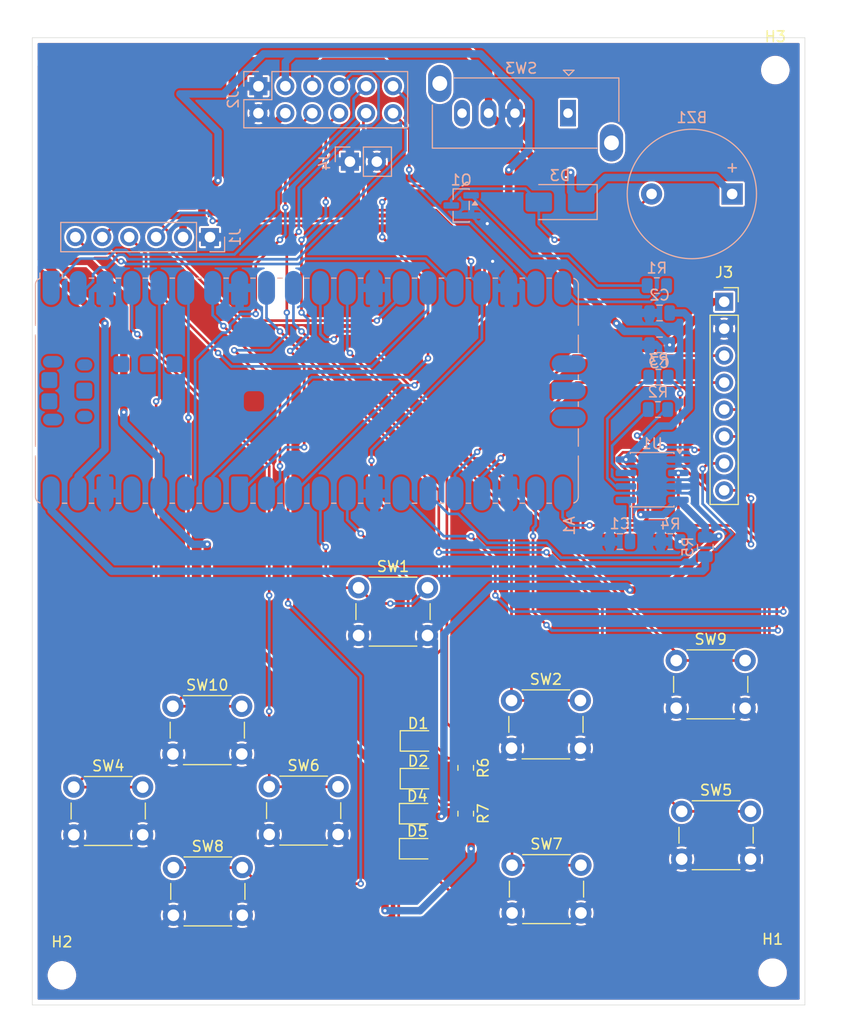
<source format=kicad_pcb>
(kicad_pcb (version 20241229) (generator "pcbnew") (generator_version "9.0")
  (layers (0 "F.Cu" signal) (2 "B.Cu" signal) (13 "F.Paste" user) (15 "B.Paste" user) (5 "F.SilkS" user "F.Silkscreen") (7 "B.SilkS" user "B.Silkscreen") (1 "F.Mask" user) (3 "B.Mask" user) (25 "Edge.Cuts" user))
  (net 0 "")
  (net 1 "/LCD_MOSI")
  (net 2 "/GPIO27")
  (net 4 "/MOSI")
  (net 5 "GND")
  (net 6 "/LCD_DC")
  (net 7 "/LED1")
  (net 8 "/LEFT")
  (net 9 "/A")
  (net 10 "/GPIO26")
  (net 11 "/VBUS")
  (net 12 "/SOUND")
  (net 13 "/LCD_BL")
  (net 14 "/ADC_VREF")
  (net 15 "/X")
  (net 16 "/B")
  (net 17 "/GPIO14")
  (net 18 "/RIGHT")
  (net 19 "/BAT")
  (net 20 "/LCD_CS")
  (net 21 "/CS")
  (net 22 "/Y")
  (net 23 "/3V3")
  (net 24 "/DOWN")
  (net 25 "/GPIO1")
  (net 26 "/LCD_SCK")
  (net 27 "/GPIO0")
  (net 28 "/GPIO28")
  (net 29 "/LCD_RES")
  (net 30 "/UP")
  (net 31 "/MISO")
  (net 32 "/AGND")
  (net 33 "/RESET")
  (net 34 "/SCK")
  (net 35 "Net-(BZ1--)")
  (net 36 "Net-(U1-BAT)")
  (net 37 "Net-(D4-A)")
  (net 38 "Net-(D1-A)")
  (net 39 "Net-(D2-A)")
  (net 40 "Net-(D4-K)")
  (net 41 "Net-(D5-K)")
  (net 42 "Net-(Q1-B)")
  (net 43 "Net-(U1-~{CHRG})")
  (net 44 "Net-(U1-~{STDBY})")
  (net 45 "Net-(U1-PROG)")
  (footprint "Button_Switch_THT:SW_PUSH_6mm" (layer "F.Cu") (at 102.922 88.936)
    (property "Reference" "SW9")
    (property "Value" "SW_Push")
  )
  (footprint "Button_Switch_THT:SW_PUSH_6mm" (layer "F.Cu") (at 87.428 108.24)
    (property "Reference" "SW7")
    (property "Value" "SW_Push")
  )
  (footprint "LED_SMD:LED_0805_2012Metric" (layer "F.Cu") (at 78.486 103.378)
    (property "Reference" "D4")
    (property "Value" "CHRG(RED)")
  )
  (footprint "Button_Switch_THT:SW_PUSH_6mm" (layer "F.Cu") (at 46.078 100.874)
    (property "Reference" "SW4")
    (property "Value" "SW_Push")
  )
  (footprint "Button_Switch_THT:SW_PUSH_6mm" (layer "F.Cu") (at 72.95 82.078)
    (property "Reference" "SW1")
    (property "Value" "SW_Push")
  )
  (footprint "MountingHole:MountingHole_2.2mm_M2" (layer "F.Cu") (at 112.268 33.274)
    (property "Reference" "H3")
    (property "Value" "MountingHole")
  )
  (footprint "Button_Switch_THT:SW_PUSH_6mm" (layer "F.Cu") (at 103.43 103.16)
    (property "Reference" "SW5")
    (property "Value" "SW_Push")
  )
  (footprint "LED_SMD:LED_0805_2012Metric" (layer "F.Cu") (at 78.5645 100.076)
    (property "Reference" "D2")
    (property "Value" "BLUE")
  )
  (footprint "Resistor_SMD:R_0805_2012Metric" (layer "F.Cu") (at 83.058 99.06 -90)
    (property "Reference" "R6")
    (property "Value" "330")
  )
  (footprint "Button_Switch_THT:SW_PUSH_6mm" (layer "F.Cu") (at 64.516 100.838)
    (property "Reference" "SW6")
    (property "Value" "SW_Push")
  )
  (footprint "MountingHole:MountingHole_2.2mm_M2" (layer "F.Cu") (at 112.014 118.364)
    (property "Reference" "H1")
    (property "Value" "MountingHole")
  )
  (footprint "LED_SMD:LED_0805_2012Metric" (layer "F.Cu") (at 78.5645 96.52)
    (property "Reference" "D1")
    (property "Value" "YELLOW")
  )
  (footprint "LED_SMD:LED_0805_2012Metric" (layer "F.Cu") (at 78.486 106.68)
    (property "Reference" "D5")
    (property "Value" "FULL(GREEN)")
  )
  (footprint "MountingHole:MountingHole_2.2mm_M2" (layer "F.Cu") (at 44.958 118.618)
    (property "Reference" "H2")
    (property "Value" "MountingHole")
  )
  (footprint "Resistor_SMD:R_0805_2012Metric" (layer "F.Cu") (at 83.058 103.378 -90)
    (property "Reference" "R7")
    (property "Value" "330")
  )
  (footprint "Button_Switch_THT:SW_PUSH_6mm" (layer "F.Cu") (at 87.376 92.71)
    (property "Reference" "SW2")
    (property "Value" "SW_Push")
  )
  (footprint "Connector_PinSocket_2.54mm:PinSocket_1x08_P2.54mm_Vertical" (layer "F.Cu") (at 107.442 55.118)
    (property "Reference" "J3")
    (property "Value" "Conn_01x08")
  )
  (footprint "Button_Switch_THT:SW_PUSH_6mm" (layer "F.Cu") (at 55.424 93.254)
    (property "Reference" "SW10")
    (property "Value" "SW_Push")
  )
  (footprint "Button_Switch_THT:SW_PUSH_6mm" (layer "F.Cu") (at 55.476 108.458)
    (property "Reference" "SW8")
    (property "Value" "SW_Push")
  )
  (footprint "Resistor_SMD:R_0805_2012Metric" (layer "B.Cu") (at 102.362 77.724 180)
    (property "Reference" "R4")
    (property "Value" "1.2K")
  )
  (footprint "Resistor_SMD:R_0805_2012Metric" (layer "B.Cu") (at 105.664 78.232 -90)
    (property "Reference" "R5")
    (property "Value" "500m")
  )
  (footprint "Buzzer_Beeper:Buzzer_12x9.5RM7.6" (layer "B.Cu") (at 108.194 44.958 180)
    (property "Reference" "BZ1")
    (property "Value" "Buzzer")
  )
  (footprint "Package_TO_SOT_SMD:SOT-23" (layer "B.Cu") (at 82.6285 46.04 180)
    (property "Reference" "Q1")
    (property "Value" "MMBT2222A")
  )
  (footprint "Button_Switch_THT:SW_Slide_SP3T_Straight_CK_OS103012MU1QP1" (layer "B.Cu") (at 92.71 37.338 180)
    (property "Reference" "SW3")
    (property "Value" "SW_SPDT")
  )
  (footprint "Diode_SMD:D_SMA" (layer "B.Cu") (at 91.948 45.72 180)
    (property "Reference" "D3")
    (property "Value" "SS12")
  )
  (footprint "Package_SO:SOIC-8-1EP_3.9x4.9mm_P1.27mm_EP2.29x3mm" (layer "B.Cu") (at 100.646 71.894 180)
    (property "Reference" "U1")
    (property "Value" "TP4056-42-ESOP8")
  )
  (footprint "Module:RaspberryPi_Pico_SMD" (layer "B.Cu") (at 68.072 63.5 -90)
    (property "Reference" "A1")
    (property "Value" "RaspberryPi_Pico_W")
  )
  (footprint "Resistor_SMD:R_0805_2012Metric" (layer "B.Cu") (at 101.092 53.594 180)
    (property "Reference" "R1")
    (property "Value" "200")
  )
  (footprint "Connector_PinHeader_2.54mm:PinHeader_1x02_P2.54mm_Vertical" (layer "B.Cu") (at 72.131 41.91 -90)
    (property "Reference" "J4")
    (property "Value" "Conn_01x02")
  )
  (footprint "Capacitor_SMD:C_0805_2012Metric" (layer "B.Cu") (at 97.602 77.724 180)
    (property "Reference" "C1")
    (property "Value" "100nF")
  )
  (footprint "Capacitor_SMD:C_0805_2012Metric" (layer "B.Cu") (at 101.346 59.182)
    (property "Reference" "C3")
    (property "Value" "100nF")
  )
  (footprint "Capacitor_SMD:C_0805_2012Metric" (layer "B.Cu") (at 101.346 56.172 180)
    (property "Reference" "C2")
    (property "Value" "100nF")
  )
  (footprint "Resistor_SMD:R_0805_2012Metric" (layer "B.Cu") (at 101.2425 62.23 180)
    (property "Reference" "R3")
    (property "Value" "1K")
  )
  (footprint "Connector_PinHeader_2.54mm:PinHeader_2x06_P2.54mm_Vertical" (layer "B.Cu") (at 63.5 34.798 -90)
    (property "Reference" "J2")
    (property "Value" "Conn_02x06_Odd_Even")
  )
  (footprint "Resistor_SMD:R_0805_2012Metric" (layer "B.Cu") (at 101.1955 65.278 180)
    (property "Reference" "R2")
    (property "Value" "1K")
  )
  (footprint "Connector_PinHeader_2.54mm:PinHeader_1x06_P2.54mm_Vertical" (layer "B.Cu") (at 58.928 49.022 90)
    (property "Reference" "J1")
    (property "Value" "SD CARD READ")
  )
  (gr_line (start 42.164 121.412) (end 115.062 121.412) (stroke (width 0.05)) (layer "Edge.Cuts"))
  (gr_line (start 115.062 121.412) (end 115.062 30.226) (stroke (width 0.05)) (layer "Edge.Cuts"))
  (gr_line (start 42.164 30.226) (end 42.164 121.412) (stroke (width 0.05)) (layer "Edge.Cuts"))
  (gr_line (start 42.164 30.226) (end 115.062 30.226) (stroke (width 0.05)) (layer "Edge.Cuts"))
  (segment (start 107.442 60.198) (end 93.218 60.198) (width 0.25) (layer "F.Cu") (net 1))
  (segment (start 93.218 60.198) (end 84.142942 69.273058) (width 0.25) (layer "F.Cu") (net 1))
  (via (at 84.142942 69.273058) (size 0.6) (drill 0.3) (layers "F.Cu" "B.Cu") (net 1))
  (segment (start 82.042 71.374) (end 82.042 73.19) (width 0.25) (layer "B.Cu") (net 1))
  (segment (start 84.142942 69.273058) (end 82.042 71.374) (width 0.25) (layer "B.Cu") (net 1))
  (segment (start 66.177 49.647) (end 67.31 48.514) (width 0.25) (layer "F.Cu") (net 2))
  (segment (start 66.177 56.134) (end 66.177 49.647) (width 0.25) (layer "F.Cu") (net 2))
  (segment (start 65.532 64.008) (end 61.214 59.69) (width 0.25) (layer "F.Cu") (net 2))
  (segment (start 65.532 70.612) (end 65.532 64.008) (width 0.25) (layer "F.Cu") (net 2))
  (via (at 61.214 59.69) (size 0.6) (drill 0.3) (layers "F.Cu" "B.Cu") (net 2))
  (via (at 67.31 48.514) (size 0.6) (drill 0.3) (layers "F.Cu" "B.Cu") (net 2))
  (via (at 66.177 56.134) (size 0.6) (drill 0.3) (layers "F.Cu" "B.Cu") (net 2))
  (via (at 65.532 70.612) (size 0.6) (drill 0.3) (layers "F.Cu" "B.Cu") (net 2))
  (segment (start 74.147116 33.622) (end 72.296 33.622) (width 0.25) (layer "B.Cu") (net 2))
  (segment (start 64.262 73.19) (end 65.532 71.92) (width 0.25) (layer "B.Cu") (net 2))
  (segment (start 73.175 38.514) (end 74.147116 38.514) (width 0.25) (layer "B.Cu") (net 2))
  (segment (start 65.532 71.92) (end 65.532 70.612) (width 0.25) (layer "B.Cu") (net 2))
  (segment (start 67.31 44.379) (end 73.175 38.514) (width 0.25) (layer "B.Cu") (net 2))
  (segment (start 66.177 58.152298) (end 66.177 56.134) (width 0.25) (layer "B.Cu") (net 2))
  (segment (start 67.31 48.514) (end 67.31 44.379) (width 0.25) (layer "B.Cu") (net 2))
  (segment (start 74.836 37.825116) (end 74.836 34.310884) (width 0.25) (layer "B.Cu") (net 2))
  (segment (start 72.296 33.622) (end 71.12 34.798) (width 0.25) (layer "B.Cu") (net 2))
  (segment (start 74.836 34.310884) (end 74.147116 33.622) (width 0.25) (layer "B.Cu") (net 2))
  (segment (start 64.639298 59.69) (end 66.177 58.152298) (width 0.25) (layer "B.Cu") (net 2))
  (segment (start 61.214 59.69) (end 64.639298 59.69) (width 0.25) (layer "B.Cu") (net 2))
  (segment (start 74.147116 38.514) (end 74.836 37.825116) (width 0.25) (layer "B.Cu") (net 2))
  (segment (start 52.899 50.613) (end 51.308 49.022) (width 0.25) (layer "F.Cu") (net 4))
  (segment (start 59.69 59.944) (end 52.899 53.153) (width 0.25) (layer "F.Cu") (net 4))
  (segment (start 52.899 53.153) (end 52.899 50.613) (width 0.25) (layer "F.Cu") (net 4))
  (via (at 59.69 59.944) (size 0.6) (drill 0.3) (layers "F.Cu" "B.Cu") (net 4))
  (segment (start 79.502 53.81) (end 79.502 55.88) (width 0.25) (layer "B.Cu") (net 4))
  (segment (start 74.168 61.214) (end 60.96 61.214) (width 0.25) (layer "B.Cu") (net 4))
  (segment (start 60.96 61.214) (end 59.69 59.944) (width 0.25) (layer "B.Cu") (net 4))
  (segment (start 79.502 55.88) (end 74.168 61.214) (width 0.25) (layer "B.Cu") (net 4))
  (segment (start 85.598 51.308) (end 85.598 48.26) (width 0.25) (layer "F.Cu") (net 5))
  (segment (start 85.598 48.26) (end 85.09 47.752) (width 0.25) (layer "F.Cu") (net 5))
  (via (at 85.09 47.752) (size 0.6) (drill 0.3) (layers "F.Cu" "B.Cu") (net 5))
  (via (at 85.598 51.308) (size 0.6) (drill 0.3) (layers "F.Cu" "B.Cu") (net 5))
  (segment (start 85.09 47.752) (end 84.328 47.752) (width 0.25) (layer "B.Cu") (net 5))
  (segment (start 87.122 53.81) (end 85.598 52.286) (width 0.25) (layer "B.Cu") (net 5))
  (segment (start 84.328 47.752) (end 83.566 46.99) (width 0.25) (layer "B.Cu") (net 5))
  (segment (start 85.598 52.286) (end 85.598 51.308) (width 0.25) (layer "B.Cu") (net 5))
  (segment (start 112.404 69.986) (end 112.404 85.988) (width 0.25) (layer "F.Cu") (net 6))
  (segment (start 107.442 67.818) (end 110.236 67.818) (width 0.25) (layer "F.Cu") (net 6))
  (segment (start 89.408 84.328) (end 89.408 77.216) (width 0.25) (layer "F.Cu") (net 6))
  (segment (start 110.236 67.818) (end 112.404 69.986) (width 0.25) (layer "F.Cu") (net 6))
  (segment (start 112.404 85.988) (end 112.522 86.106) (width 0.25) (layer "F.Cu") (net 6))
  (segment (start 90.678 85.598) (end 89.408 84.328) (width 0.25) (layer "F.Cu") (net 6))
  (via (at 90.678 85.598) (size 0.6) (drill 0.3) (layers "F.Cu" "B.Cu") (net 6))
  (via (at 112.522 86.106) (size 0.6) (drill 0.3) (layers "F.Cu" "B.Cu") (net 6))
  (via (at 89.408 77.216) (size 0.6) (drill 0.3) (layers "F.Cu" "B.Cu") (net 6))
  (segment (start 112.522 86.106) (end 91.186 86.106) (width 0.25) (layer "B.Cu") (net 6))
  (segment (start 89.408 77.216) (end 89.408 76.454) (width 0.25) (layer "B.Cu") (net 6))
  (segment (start 89.662 76.2) (end 89.662 73.19) (width 0.25) (layer "B.Cu") (net 6))
  (segment (start 91.186 86.106) (end 90.678 85.598) (width 0.25) (layer "B.Cu") (net 6))
  (segment (start 89.408 76.454) (end 89.662 76.2) (width 0.25) (layer "B.Cu") (net 6))
  (segment (start 77.627 96.52) (end 77.627 81.437) (width 0.25) (layer "F.Cu") (net 7))
  (segment (start 77.627 81.437) (end 73.152 76.962) (width 0.25) (layer "F.Cu") (net 7))
  (via (at 73.152 76.962) (size 0.6) (drill 0.3) (layers "F.Cu" "B.Cu") (net 7))
  (segment (start 71.882 75.692) (end 71.882 73.19) (width 0.25) (layer "B.Cu") (net 7))
  (segment (start 73.152 76.962) (end 71.882 75.692) (width 0.25) (layer "B.Cu") (net 7))
  (segment (start 53.848 93.104) (end 53.848 64.516) (width 0.25) (layer "F.Cu") (net 8))
  (segment (start 52.578 100.874) (end 46.078 100.874) (width 0.25) (layer "F.Cu") (net 8))
  (segment (start 46.078 100.874) (end 53.848 93.104) (width 0.25) (layer "F.Cu") (net 8))
  (via (at 53.848 64.516) (size 0.6) (drill 0.3) (layers "F.Cu" "B.Cu") (net 8))
  (segment (start 53.848 64.516) (end 54.148 64.216) (width 0.25) (layer "B.Cu") (net 8))
  (segment (start 54.148 64.216) (end 54.148 53.856) (width 0.25) (layer "B.Cu") (net 8))
  (segment (start 54.148 53.856) (end 54.102 53.81) (width 0.25) (layer "B.Cu") (net 8))
  (segment (start 93.928 108.24) (end 87.428 108.24) (width 0.25) (layer "F.Cu") (net 9))
  (segment (start 81.28 94.835486) (end 81.28 71.628) (width 0.25) (layer "F.Cu") (net 9))
  (segment (start 87.428 108.24) (end 87.428 100.983486) (width 0.25) (layer "F.Cu") (net 9))
  (segment (start 81.28 71.628) (end 67.564 57.912) (width 0.25) (layer "F.Cu") (net 9))
  (segment (start 87.428 100.983486) (end 81.28 94.835486) (width 0.25) (layer "F.Cu") (net 9))
  (via (at 67.564 57.912) (size 0.6) (drill 0.3) (layers "F.Cu" "B.Cu") (net 9))
  (segment (start 67.564 57.912) (end 66.802 57.15) (width 0.25) (layer "B.Cu") (net 9))
  (segment (start 66.802 57.15) (end 66.802 53.81) (width 0.25) (layer "B.Cu") (net 9))
  (segment (start 80.264 46.482) (end 74.422 46.482) (width 0.25) (layer "F.Cu") (net 10))
  (segment (start 73.406 45.466) (end 73.406 37.592) (width 0.25) (layer "F.Cu") (net 10))
  (segment (start 84.836 51.054) (end 80.264 46.482) (width 0.25) (layer "F.Cu") (net 10))
  (segment (start 78.232 62.992) (end 84.836 56.388) (width 0.25) (layer "F.Cu") (net 10))
  (segment (start 73.406 37.592) (end 73.66 37.338) (width 0.25) (layer "F.Cu") (net 10))
  (segment (start 74.422 46.482) (end 73.406 45.466) (width 0.25) (layer "F.Cu") (net 10))
  (segment (start 84.836 56.388) (end 84.836 51.054) (width 0.25) (layer "F.Cu") (net 10))
  (via (at 78.232 62.992) (size 0.6) (drill 0.3) (layers "F.Cu" "B.Cu") (net 10))
  (segment (start 78.232 62.992) (end 77 62.992) (width 0.25) (layer "B.Cu") (net 10))
  (segment (start 77 62.992) (end 66.802 73.19) (width 0.25) (layer "B.Cu") (net 10))
  (segment (start 105.41 80.518) (end 105.664 80.264) (width 0.7) (layer "B.Cu") (net 11))
  (segment (start 43.942 74.79) (end 49.67 80.518) (width 0.7) (layer "B.Cu") (net 11))
  (segment (start 49.67 80.518) (end 105.41 80.518) (width 0.7) (layer "B.Cu") (net 11))
  (segment (start 105.664 80.264) (end 105.664 79.1445) (width 0.7) (layer "B.Cu") (net 11))
  (segment (start 43.942 73.19) (end 43.942 74.79) (width 0.7) (layer "B.Cu") (net 11))
  (segment (start 93.513 55.121) (end 92.202 53.81) (width 0.25) (layer "B.Cu") (net 12))
  (segment (start 102.0045 53.594) (end 100.4775 55.121) (width 0.25) (layer "B.Cu") (net 12))
  (segment (start 100.4775 55.121) (end 93.513 55.121) (width 0.25) (layer "B.Cu") (net 12))
  (segment (start 107.442 72.898) (end 109.22 72.898) (width 0.25) (layer "F.Cu") (net 13))
  (segment (start 109.9785 77.9815) (end 108.197 76.2) (width 0.25) (layer "F.Cu") (net 13))
  (segment (start 108.197 76.2) (end 94.742 76.2) (width 0.25) (layer "F.Cu") (net 13))
  (segment (start 109.22 72.898) (end 109.982 73.66) (width 0.25) (layer "F.Cu") (net 13))
  (via (at 109.982 73.66) (size 0.6) (drill 0.3) (layers "F.Cu" "B.Cu") (net 13))
  (via (at 94.742 76.2) (size 0.6) (drill 0.3) (layers "F.Cu" "B.Cu") (net 13))
  (via (at 109.9785 77.9815) (size 0.6) (drill 0.3) (layers "F.Cu" "B.Cu") (net 13))
  (segment (start 109.982 73.66) (end 109.982 77.978) (width 0.25) (layer "B.Cu") (net 13))
  (segment (start 94.742 76.2) (end 92.964 76.2) (width 0.25) (layer "B.Cu") (net 13))
  (segment (start 92.202 75.438) (end 92.202 73.19) (width 0.25) (layer "B.Cu") (net 13))
  (segment (start 92.964 76.2) (end 92.202 75.438) (width 0.25) (layer "B.Cu") (net 13))
  (segment (start 109.982 77.978) (end 109.9785 77.9815) (width 0.25) (layer "B.Cu") (net 13))
  (segment (start 66.04 39.878) (end 66.04 46.228) (width 0.25) (layer "F.Cu") (net 14))
  (segment (start 68.58 37.338) (end 66.04 39.878) (width 0.25) (layer "F.Cu") (net 14))
  (segment (start 65.532 49.276) (end 63.246 51.562) (width 0.25) (layer "F.Cu") (net 14))
  (segment (start 63.246 51.562) (end 63.246 56.271) (width 0.25) (layer "F.Cu") (net 14))
  (via (at 66.04 46.228) (size 0.6) (drill 0.3) (layers "F.Cu" "B.Cu") (net 14))
  (via (at 65.532 49.276) (size 0.6) (drill 0.3) (layers "F.Cu" "B.Cu") (net 14))
  (via (at 63.246 56.271) (size 0.6) (drill 0.3) (layers "F.Cu" "B.Cu") (net 14))
  (segment (start 60.08 58.03) (end 57.522 60.588) (width 0.25) (layer "B.Cu") (net 14))
  (segment (start 66.04 46.228) (end 66.04 48.768) (width 0.25) (layer "B.Cu") (net 14))
  (segment (start 57.522 60.588) (end 57.522 72.31) (width 0.25) (layer "B.Cu") (net 14))
  (segment (start 57.522 72.31) (end 56.642 73.19) (width 0.25) (layer "B.Cu") (net 14))
  (segment (start 60.457298 58.03) (end 60.08 58.03) (width 0.25) (layer "B.Cu") (net 14))
  (segment (start 66.04 48.768) (end 65.532 49.276) (width 0.25) (layer "B.Cu") (net 14))
  (segment (start 63.246 56.271) (end 61.839 56.271) (width 0.25) (layer "B.Cu") (net 14))
  (segment (start 61.839 56.271) (end 60.824 57.286) (width 0.25) (layer "B.Cu") (net 14))
  (segment (start 60.824 57.286) (end 60.824 57.663298) (width 0.25) (layer "B.Cu") (net 14))
  (segment (start 60.824 57.663298) (end 60.457298 58.03) (width 0.25) (layer "B.Cu") (net 14))
  (segment (start 87.376 75.184) (end 72.136 59.944) (width 0.25) (layer "F.Cu") (net 15))
  (segment (start 93.876 92.71) (end 87.376 92.71) (width 0.25) (layer "F.Cu") (net 15))
  (segment (start 87.376 92.71) (end 87.376 75.184) (width 0.25) (layer "F.Cu") (net 15))
  (via (at 72.136 59.944) (size 0.6) (drill 0.3) (layers "F.Cu" "B.Cu") (net 15))
  (segment (start 72.136 59.944) (end 71.882 59.69) (width 0.25) (layer "B.Cu") (net 15))
  (segment (start 71.882 59.69) (end 71.882 53.81) (width 0.25) (layer "B.Cu") (net 15))
  (segment (start 95.950752 84.012752) (end 90.678 78.74) (width 0.25) (layer "F.Cu") (net 16))
  (segment (start 80.518 72.898) (end 65.532 57.912) (width 0.25) (layer "F.Cu") (net 16))
  (segment (start 80.518 78.74) (end 80.518 72.898) (width 0.25) (layer "F.Cu") (net 16))
  (segment (start 109.93 103.16) (end 103.43 103.16) (width 0.25) (layer "F.Cu") (net 16))
  (segment (start 103.43 103.16) (end 95.950752 95.680752) (width 0.25) (layer "F.Cu") (net 16))
  (segment (start 95.950752 95.680752) (end 95.950752 84.012752) (width 0.25) (layer "F.Cu") (net 16))
  (via (at 65.532 57.912) (size 0.6) (drill 0.3) (layers "F.Cu" "B.Cu") (net 16))
  (via (at 90.678 78.74) (size 0.6) (drill 0.3) (layers "F.Cu" "B.Cu") (net 16))
  (via (at 80.518 78.74) (size 0.6) (drill 0.3) (layers "F.Cu" "B.Cu") (net 16))
  (segment (start 64.262 56.642) (end 64.262 53.81) (width 0.25) (layer "B.Cu") (net 16))
  (segment (start 90.678 78.74) (end 80.518 78.74) (width 0.25) (layer "B.Cu") (net 16))
  (segment (start 65.532 57.912) (end 64.262 56.642) (width 0.25) (layer "B.Cu") (net 16))
  (segment (start 77.724 38.862) (end 76.2 37.338) (width 0.25) (layer "F.Cu") (net 17))
  (segment (start 77.724 42.672) (end 77.724 38.862) (width 0.25) (layer "F.Cu") (net 17))
  (via (at 77.724 42.672) (size 0.6) (drill 0.3) (layers "F.Cu" "B.Cu") (net 17))
  (segment (start 83.468 47.616) (end 81.852178 47.616) (width 0.25) (layer "B.Cu") (net 17))
  (segment (start 89.662 53.81) (end 83.468 47.616) (width 0.25) (layer "B.Cu") (net 17))
  (segment (start 81.852178 47.616) (end 77.724 43.487822) (width 0.25) (layer "B.Cu") (net 17))
  (segment (start 77.724 43.487822) (end 77.724 42.672) (width 0.25) (layer "B.Cu") (net 17))
  (segment (start 64.516 82.804) (end 64.516 70.612) (width 0.25) (layer "F.Cu") (net 18))
  (segment (start 71.016 100.838) (end 64.516 100.838) (width 0.25) (layer "F.Cu") (net 18))
  (segment (start 64.516 70.612) (end 52.07 58.166) (width 0.25) (layer "F.Cu") (net 18))
  (segment (start 64.516 100.838) (end 64.516 93.726) (width 0.25) (layer "F.Cu") (net 18))
  (via (at 64.516 82.804) (size 0.6) (drill 0.3) (layers "F.Cu" "B.Cu") (net 18))
  (via (at 64.516 93.726) (size 0.6) (drill 0.3) (layers "F.Cu" "B.Cu") (net 18))
  (via (at 52.07 58.166) (size 0.6) (drill 0.3) (layers "F.Cu" "B.Cu") (net 18))
  (segment (start 51.562 57.658) (end 51.562 53.81) (width 0.25) (layer "B.Cu") (net 18))
  (segment (start 64.516 93.726) (end 64.516 82.804) (width 0.25) (layer "B.Cu") (net 18))
  (segment (start 52.07 58.166) (end 51.562 57.658) (width 0.25) (layer "B.Cu") (net 18))
  (segment (start 43.015 51.143) (end 43.015 32.931) (width 0.7) (layer "F.Cu") (net 19))
  (segment (start 49.022 57.15) (end 43.015 51.143) (width 0.7) (layer "F.Cu") (net 19))
  (segment (start 85.21 33.394) (end 85.21 37.338) (width 0.7) (layer "F.Cu") (net 19))
  (segment (start 61.026504 38.862) (end 64.516 38.862) (width 0.7) (layer "F.Cu") (net 19))
  (segment (start 85.21 37.338) (end 90.798 42.926) (width 0.7) (layer "F.Cu") (net 19))
  (segment (start 43.015 32.931) (end 44.45 31.496) (width 0.7) (layer "F.Cu") (net 19))
  (segment (start 90.798 42.926) (end 92.964 42.926) (width 0.7) (layer "F.Cu") (net 19))
  (segment (start 64.516 38.862) (end 66.04 37.338) (width 0.7) (layer "F.Cu") (net 19))
  (segment (start 83.312 31.496) (end 85.21 33.394) (width 0.7) (layer "F.Cu") (net 19))
  (segment (start 61.026504 38.862) (end 61.026504 31.937496) (width 0.7) (layer "F.Cu") (net 19))
  (segment (start 61.026504 31.937496) (end 61.468 31.496) (width 0.7) (layer "F.Cu") (net 19))
  (segment (start 61.468 31.496) (end 83.312 31.496) (width 0.7) (layer "F.Cu") (net 19))
  (segment (start 44.45 31.496) (end 61.468 31.496) (width 0.7) (layer "F.Cu") (net 19))
  (via (at 49.022 57.15) (size 0.6) (drill 0.3) (layers "F.Cu" "B.Cu") (net 19))
  (via (at 92.964 42.926) (size 0.6) (drill 0.3) (layers "F.Cu" "B.Cu") (net 19))
  (segment (start 92.964 42.926) (end 92.964 44.736) (width 0.7) (layer "B.Cu") (net 19))
  (segment (start 46.482 71.59) (end 49.022 69.05) (width 0.7) (layer "B.Cu") (net 19))
  (segment (start 93.948 45.72) (end 96.261 43.407) (width 0.7) (layer "B.Cu") (net 19))
  (segment (start 92.964 44.736) (end 93.948 45.72) (width 0.7) (layer "B.Cu") (net 19))
  (segment (start 106.643 43.407) (end 108.194 44.958) (width 0.7) (layer "B.Cu") (net 19))
  (segment (start 49.022 69.05) (end 49.022 57.15) (width 0.7) (layer "B.Cu") (net 19))
  (segment (start 46.482 73.19) (end 46.482 71.59) (width 0.7) (layer "B.Cu") (net 19))
  (segment (start 96.261 43.407) (end 106.643 43.407) (width 0.7) (layer "B.Cu") (net 19))
  (segment (start 113.03 67.056) (end 111.252 65.278) (width 0.25) (layer "F.Cu") (net 20))
  (segment (start 113.03 84.328) (end 113.03 67.056) (width 0.25) (layer "F.Cu") (net 20))
  (segment (start 111.252 65.278) (end 107.442 65.278) (width 0.25) (layer "F.Cu") (net 20))
  (segment (start 85.852 82.804) (end 85.852 79.502) (width 0.25) (layer "F.Cu") (net 20))
  (segment (start 85.852 79.502) (end 83.566 77.216) (width 0.25) (layer "F.Cu") (net 20))
  (via (at 113.03 84.328) (size 0.6) (drill 0.3) (layers "F.Cu" "B.Cu") (net 20))
  (via (at 83.566 77.216) (size 0.6) (drill 0.3) (layers "F.Cu" "B.Cu") (net 20))
  (via (at 85.852 82.804) (size 0.6) (drill 0.3) (layers "F.Cu" "B.Cu") (net 20))
  (segment (start 80.988 77.216) (end 76.962 73.19) (width 0.25) (layer "B.Cu") (net 20))
  (segment (start 83.566 77.216) (end 80.988 77.216) (width 0.25) (layer "B.Cu") (net 20))
  (segment (start 87.376 84.328) (end 85.852 82.804) (width 0.25) (layer "B.Cu") (net 20))
  (segment (start 113.03 84.328) (end 87.376 84.328) (width 0.25) (layer "B.Cu") (net 20))
  (segment (start 74.168 73.275298) (end 74.168 70.104) (width 0.25) (layer "F.Cu") (net 21))
  (segment (start 77.627 100.076) (end 78.4405 99.2625) (width 0.25) (layer "F.Cu") (net 21))
  (segment (start 78.4405 99.2625) (end 78.4405 90.2155) (width 0.25) (layer "F.Cu") (net 21))
  (segment (start 80.776 79.883298) (end 74.168 73.275298) (width 0.25) (layer "F.Cu") (net 21))
  (segment (start 54.262 49.321116) (end 54.262 48.534884) (width 0.25) (layer "F.Cu") (net 21))
  (segment (start 80.776 87.88) (end 80.776 79.883298) (width 0.25) (layer "F.Cu") (net 21))
  (segment (start 59.182 47.498) (end 79.756 47.498) (width 0.25) (layer "F.Cu") (net 21))
  (segment (start 78.4405 90.2155) (end 80.776 87.88) (width 0.25) (layer "F.Cu") (net 21))
  (segment (start 79.756 47.498) (end 83.566 51.308) (width 0.25) (layer "F.Cu") (net 21))
  (via (at 59.182 47.498) (size 0.6) (drill 0.3) (layers "F.Cu" "B.Cu") (net 21))
  (via (at 83.566 51.308) (size 0.6) (drill 0.3) (layers "F.Cu" "B.Cu") (net 21))
  (via (at 74.168 70.104) (size 0.6) (drill 0.3) (layers "F.Cu" "B.Cu") (net 21))
  (segment (start 84.582 58.674) (end 84.582 53.81) (width 0.25) (layer "B.Cu") (net 21))
  (segment (start 59.182 47.244) (end 58.674 46.736) (width 0.25) (layer "B.Cu") (net 21))
  (segment (start 56.134 46.736) (end 53.848 49.022) (width 0.25) (layer "B.Cu") (net 21))
  (segment (start 74.168 69.088) (end 84.582 58.674) (width 0.25) (layer "B.Cu") (net 21))
  (segment (start 58.674 46.736) (end 56.134 46.736) (width 0.25) (layer "B.Cu") (net 21))
  (segment (start 59.182 47.498) (end 59.182 47.244) (width 0.25) (layer "B.Cu") (net 21))
  (segment (start 83.566 52.794) (end 84.582 53.81) (width 0.25) (layer "B.Cu") (net 21))
  (segment (start 74.168 70.104) (end 74.168 69.088) (width 0.25) (layer "B.Cu") (net 21))
  (segment (start 83.566 51.308) (end 83.566 52.794) (width 0.25) (layer "B.Cu") (net 21))
  (segment (start 71.374 57.912) (end 70.612 58.674) (width 0.25) (layer "F.Cu") (net 22))
  (segment (start 77.606 63.251298) (end 77.606 62.874) (width 0.25) (layer "F.Cu") (net 22))
  (segment (start 102.922 88.19) (end 84.516649 69.784649) (width 0.25) (layer "F.Cu") (net 22))
  (segment (start 84.40224 69.899058) (end 83.883644 69.899058) (width 0.25) (layer "F.Cu") (net 22))
  (segment (start 109.422 88.936) (end 102.922 88.936) (width 0.25) (layer "F.Cu") (net 22))
  (segment (start 84.516649 69.784649) (end 84.40224 69.899058) (width 0.25) (layer "F.Cu") (net 22))
  (segment (start 83.631351 68.899351) (end 78.35 63.618) (width 0.25) (layer "F.Cu") (net 22))
  (segment (start 78.35 63.618) (end 77.972702 63.618) (width 0.25) (layer "F.Cu") (net 22))
  (segment (start 77.606 62.874) (end 72.644 57.912) (width 0.25) (layer "F.Cu") (net 22))
  (segment (start 83.883644 69.899058) (end 83.516942 69.532356) (width 0.25) (layer "F.Cu") (net 22))
  (segment (start 72.644 57.912) (end 71.374 57.912) (width 0.25) (layer "F.Cu") (net 22))
  (segment (start 83.516942 69.01376) (end 83.631351 68.899351) (width 0.25) (layer "F.Cu") (net 22))
  (segment (start 83.516942 69.532356) (end 83.516942 69.01376) (width 0.25) (layer "F.Cu") (net 22))
  (segment (start 102.922 88.936) (end 102.922 88.19) (width 0.25) (layer "F.Cu") (net 22))
  (segment (start 77.972702 63.618) (end 77.606 63.251298) (width 0.25) (layer "F.Cu") (net 22))
  (via (at 70.612 58.674) (size 0.6) (drill 0.3) (layers "F.Cu" "B.Cu") (net 22))
  (segment (start 70.612 58.674) (end 69.85 58.674) (width 0.25) (layer "B.Cu") (net 22))
  (segment (start 69.342 58.166) (end 69.342 53.81) (width 0.25) (layer "B.Cu") (net 22))
  (segment (start 69.85 58.674) (end 69.342 58.166) (width 0.25) (layer "B.Cu") (net 22))
  (segment (start 83.058 104.2905) (end 83.6695 104.2905) (width 0.7) (layer "F.Cu") (net 23))
  (segment (start 44.196 46.99) (end 56.388 46.99) (width 0.7) (layer "F.Cu") (net 23))
  (segment (start 50.8 54.61) (end 47.498 51.308) (width 0.7) (layer "F.Cu") (net 23))
  (segment (start 85.09 102.87) (end 85.09 102.0045) (width 0.7) (layer "F.Cu") (net 23))
  (segment (start 43.916 47.27) (end 44.196 46.99) (width 0.7) (layer "F.Cu") (net 23))
  (segment (start 58.166 45.212) (end 58.166 46.99) (width 0.7) (layer "F.Cu") (net 23))
  (segment (start 83.6695 104.2905) (end 85.09 102.87) (width 0.7) (layer "F.Cu") (net 23))
  (segment (start 43.916 49.504) (end 43.916 47.27) (width 0.7) (layer "F.Cu") (net 23))
  (segment (start 85.09 102.0045) (end 83.058 99.9725) (width 0.7) (layer "F.Cu") (net 23))
  (segment (start 45.72 51.308) (end 43.916 49.504) (width 0.7) (layer "F.Cu") (net 23))
  (segment (start 58.674 77.978) (end 58.674 83.058) (width 0.7) (layer "F.Cu") (net 23))
  (segment (start 56.388 46.99) (end 56.388 49.022) (width 0.7) (layer "F.Cu") (net 23))
  (segment (start 106.36 55.118) (end 102.296 59.182) (width 0.7) (layer "F.Cu") (net 23))
  (segment (start 56.388 46.99) (end 58.166 46.99) (width 0.7) (layer "F.Cu") (net 23))
  (segment (start 83.566 106.68) (end 83.566 104.7985) (width 0.7) (layer "F.Cu") (net 23))
  (segment (start 58.674 83.058) (end 75.438 99.822) (width 0.7) (layer "F.Cu") (net 23))
  (segment (start 87.122 46.99) (end 87.122 42.672) (width 0.7) (layer "F.Cu") (net 23))
  (segment (start 107.442 55.118) (end 106.36 55.118) (width 0.7) (layer "F.Cu") (net 23))
  (segment (start 47.498 51.308) (end 45.72 51.308) (width 0.7) (layer "F.Cu") (net 23))
  (segment (start 83.566 104.7985) (end 83.058 104.2905) (width 0.7) (layer "F.Cu") (net 23))
  (segment (start 50.8 65.532) (end 50.8 54.61) (width 0.7) (layer "F.Cu") (net 23))
  (segment (start 75.438 99.822) (end 75.438 112.522) (width 0.7) (layer "F.Cu") (net 23))
  (segment (start 97.282 57.15) (end 87.122 46.99) (width 0.7) (layer "F.Cu") (net 23))
  (segment (start 59.69 43.688) (end 58.166 45.212) (width 0.7) (layer "F.Cu") (net 23))
  (via (at 102.296 59.182) (size 0.6) (drill 0.3) (layers "F.Cu" "B.Cu") (net 23))
  (via (at 97.282 57.15) (size 0.6) (drill 0.3) (layers "F.Cu" "B.Cu") (net 23))
  (via (at 50.8 65.532) (size 0.6) (drill 0.3) (layers "F.Cu" "B.Cu") (net 23))
  (via (at 83.566 106.68) (size 0.6) (drill 0.3) (layers "F.Cu" "B.Cu") (net 23))
  (via (at 75.438 112.522) (size 0.6) (drill 0.3) (layers "F.Cu" "B.Cu") (net 23))
  (via (at 87.122 42.672) (size 0.6) (drill 0.3) (layers "F.Cu" "B.Cu") (net 23))
  (via (at 58.674 77.978) (size 0.6) (drill 0.3) (layers "F.Cu" "B.Cu") (net 23))
  (via (at 59.69 43.688) (size 0.6) (drill 0.3) (layers "F.Cu" "B.Cu") (net 23))
  (segment (start 87.122 42.672) (end 89.011 40.783) (width 0.7) (layer "B.Cu") (net 23))
  (segment (start 83.566 107.696) (end 83.566 106.68) (width 0.7) (layer "B.Cu") (net 23))
  (segment (start 63.978 31.75) (end 66.802 31.75) (width 0.7) (layer "B.Cu") (net 23))
  (segment (start 89.011 40.783) (end 89.011 36.299108) (width 0.7) (layer "B.Cu") (net 23))
  (segment (start 50.8 66.548) (end 50.8 65.532) (width 0.7) (layer "B.Cu") (net 23))
  (segment (start 75.438 112.522) (end 78.74 112.522) (width 0.7) (layer "B.Cu") (net 23))
  (segment (start 60.2 35.528) (end 63.978 31.75) (width 0.7) (layer "B.Cu") (net 23))
  (segment (start 54.102 74.79) (end 57.29 77.978) (width 0.7) (layer "B.Cu") (net 23))
  (segment (start 101.02 57.906) (end 98.038 57.906) (width 0.7) (layer "B.Cu") (net 23))
  (segment (start 54.102 69.85) (end 50.8 66.548) (width 0.7) (layer "B.Cu") (net 23))
  (segment (start 89.011 36.299108) (end 84.461892 31.75) (width 0.7) (layer "B.Cu") (net 23))
  (segment (start 84.461892 31.75) (end 66.802 31.75) (width 0.7) (layer "B.Cu") (net 23))
  (segment (start 66.802 31.75) (end 66.04 32.512) (width 0.7) (layer "B.Cu") (net 23))
  (segment (start 54.102 73.19) (end 54.102 74.79) (width 0.7) (layer "B.Cu") (net 23))
  (segment (start 59.69 39.116) (end 56.102 35.528) (width 0.7) (layer "B.Cu") (net 23))
  (segment (start 56.102 35.528) (end 60.2 35.528) (width 0.7) (layer "B.Cu") (net 23))
  (segment (start 54.102 73.19) (end 54.102 69.85) (width 0.7) (layer "B.Cu") (net 23))
  (segment (start 78.74 112.522) (end 83.566 107.696) (width 0.7) (layer "B.Cu") (net 23))
  (segment (start 66.04 32.512) (end 66.04 34.798) (width 0.7) (layer "B.Cu") (net 23))
  (segment (start 57.29 77.978) (end 58.674 77.978) (width 0.7) (layer "B.Cu") (net 23))
  (segment (start 59.69 43.688) (end 59.69 39.116) (width 0.7) (layer "B.Cu") (net 23))
  (segment (start 98.038 57.906) (end 97.282 57.15) (width 0.7) (layer "B.Cu") (net 23))
  (segment (start 102.296 59.182) (end 101.02 57.906) (width 0.7) (layer "B.Cu") (net 23))
  (segment (start 63.5 109.982) (end 73.152 109.982) (width 0.25) (layer "F.Cu") (net 24))
  (segment (start 61.976 108.458) (end 55.476 108.458) (width 0.25) (layer "F.Cu") (net 24))
  (segment (start 66.294 63.5) (end 60.198 57.404) (width 0.25) (layer "F.Cu") (net 24))
  (segment (start 61.976 108.458) (end 63.5 109.982) (width 0.25) (layer "F.Cu") (net 24))
  (segment (start 66.294 83.566) (end 66.294 63.5) (width 0.25) (layer "F.Cu") (net 24))
  (via (at 66.294 83.566) (size 0.6) (drill 0.3) (layers "F.Cu" "B.Cu") (net 24))
  (via (at 60.198 57.404) (size 0.6) (drill 0.3) (layers "F.Cu" "B.Cu") (net 24))
  (via (at 73.152 109.982) (size 0.6) (drill 0.3) (layers "F.Cu" "B.Cu") (net 24))
  (segment (start 59.182 56.388) (end 59.182 53.81) (width 0.25) (layer "B.Cu") (net 24))
  (segment (start 73.152 109.982) (end 73.152 90.424) (width 0.25) (layer "B.Cu") (net 24))
  (segment (start 60.198 57.404) (end 59.182 56.388) (width 0.25) (layer "B.Cu") (net 24))
  (segment (start 73.152 90.424) (end 66.294 83.566) (width 0.25) (layer "B.Cu") (net 24))
  (segment (start 47.891 52.541522) (end 48.553522 51.879) (width 0.25) (layer "B.Cu") (net 25))
  (segment (start 77.376 40.868116) (end 77.376 35.974) (width 0.25) (layer "B.Cu") (net 25))
  (segment (start 50.286702 50.682) (end 50.805298 50.682) (width 0.25) (layer "B.Cu") (net 25))
  (segment (start 47.282 53.81) (end 47.891 53.201) (width 0.25) (layer "B.Cu") (net 25))
  (segment (start 49.213 51.879) (end 49.92 51.172) (width 0.25) (layer "B.Cu") (net 25))
  (segment (start 46.482 53.81) (end 47.282 53.81) (width 0.25) (layer "B.Cu") (net 25))
  (segment (start 48.553522 51.879) (end 49.213 51.879) (width 0.25) (layer "B.Cu") (net 25))
  (segment (start 47.891 53.201) (end 47.891 52.541522) (width 0.25) (layer "B.Cu") (net 25))
  (segment (start 50.805298 50.682) (end 51.234298 51.111) (width 0.25) (layer "B.Cu") (net 25))
  (segment (start 67.133116 51.111) (end 77.376 40.868116) (width 0.25) (layer "B.Cu") (net 25))
  (segment (start 51.234298 51.111) (end 67.133116 51.111) (width 0.25) (layer "B.Cu") (net 25))
  (segment (start 49.92 51.048702) (end 50.286702 50.682) (width 0.25) (layer "B.Cu") (net 25))
  (segment (start 77.376 35.974) (end 76.2 34.798) (width 0.25) (layer "B.Cu") (net 25))
  (segment (start 49.92 51.172) (end 49.92 51.048702) (width 0.25) (layer "B.Cu") (net 25))
  (segment (start 93.472 62.738) (end 86.36 69.85) (width 0.25) (layer "F.Cu") (net 26))
  (segment (start 107.442 62.738) (end 93.472 62.738) (width 0.25) (layer "F.Cu") (net 26))
  (via (at 86.36 69.85) (size 0.6) (drill 0.3) (layers "F.Cu" "B.Cu") (net 26))
  (segment (start 84.582 71.628) (end 84.582 73.19) (width 0.25) (layer "B.Cu") (net 26))
  (segment (start 86.36 69.85) (end 84.582 71.628) (width 0.25) (layer "B.Cu") (net 26))
  (segment (start 49.276892 51.054) (end 50.099892 50.231) (width 0.25) (layer "B.Cu") (net 27))
  (segment (start 61.241298 50.66) (end 65.414 46.487298) (width 0.25) (layer "B.Cu") (net 27))
  (segment (start 46.698 51.054) (end 49.276892 51.054) (width 0.25) (layer "B.Cu") (net 27))
  (segment (start 65.414 46.487298) (end 65.414 44.822) (width 0.25) (layer "B.Cu") (net 27))
  (segment (start 43.942 53.81) (end 46.698 51.054) (width 0.25) (layer "B.Cu") (net 27))
  (segment (start 51.421108 50.66) (end 61.241298 50.66) (width 0.25) (layer "B.Cu") (net 27))
  (segment (start 72.484 35.974) (end 73.66 34.798) (width 0.25) (layer "B.Cu") (net 27))
  (segment (start 65.414 44.822) (end 72.484 37.752) (width 0.25) (layer "B.Cu") (net 27))
  (segment (start 50.099892 50.231) (end 50.992108 50.231) (width 0.25) (layer "B.Cu") (net 27))
  (segment (start 72.484 37.752) (end 72.484 35.974) (width 0.25) (layer "B.Cu") (net 27))
  (segment (start 50.992108 50.231) (end 51.421108 50.66) (width 0.25) (layer "B.Cu") (net 27))
  (segment (start 79.502 44.196) (end 80.264 43.434) (width 0.25) (layer "F.Cu") (net 28))
  (segment (start 75.323116 32.258) (end 69.596 32.258) (width 0.25) (layer "F.Cu") (net 28))
  (segment (start 79.502 60.452) (end 79.502 53.34) (width 0.25) (layer "F.Cu") (net 28))
  (segment (start 79.502 53.34) (end 75.184 49.022) (width 0.25) (layer "F.Cu") (net 28))
  (segment (start 75.184 45.72) (end 76.708 44.196) (width 0.25) (layer "F.Cu") (net 28))
  (segment (start 76.708 44.196) (end 79.502 44.196) (width 0.25) (layer "F.Cu") (net 28))
  (segment (start 68.58 33.274) (end 68.58 34.798) (width 0.25) (layer "F.Cu") (net 28))
  (segment (start 80.264 43.434) (end 80.264 37.198884) (width 0.25) (layer "F.Cu") (net 28))
  (segment (start 80.264 37.198884) (end 75.323116 32.258) (width 0.25) (layer "F.Cu") (net 28))
  (segment (start 69.596 32.258) (end 68.58 33.274) (width 0.25) (layer "F.Cu") (net 28))
  (via (at 75.184 49.022) (size 0.6) (drill 0.3) (layers "F.Cu" "B.Cu") (net 28))
  (via (at 79.502 60.452) (size 0.6) (drill 0.3) (layers "F.Cu" "B.Cu") (net 28))
  (via (at 75.184 45.72) (size 0.6) (drill 0.3) (layers "F.Cu" "B.Cu") (net 28))
  (segment (start 75.184 49.022) (end 75.184 45.72) (width 0.25) (layer "B.Cu") (net 28))
  (segment (start 59.182 71.59) (end 68.542 62.23) (width 0.25) (layer "B.Cu") (net 28))
  (segment (start 59.182 73.19) (end 59.182 71.59) (width 0.25) (layer "B.Cu") (net 28))
  (segment (start 68.542 62.23) (end 77.724 62.23) (width 0.25) (layer "B.Cu") (net 28))
  (segment (start 77.724 62.23) (end 79.502 60.452) (width 0.25) (layer "B.Cu") (net 28))
  (segment (start 105.918 70.358) (end 105.41 70.866) (width 0.25) (layer "F.Cu") (net 29))
  (segment (start 107.442 70.358) (end 105.918 70.358) (width 0.25) (layer "F.Cu") (net 29))
  (via (at 105.41 70.866) (size 0.6) (drill 0.3) (layers "F.Cu" "B.Cu") (net 29))
  (segment (start 105.41 74.168) (end 108.204 76.962) (width 0.25) (layer "B.Cu") (net 29))
  (segment (start 82.351298 75.116) (end 81.428 75.116) (width 0.25) (layer "B.Cu") (net 29))
  (segment (start 104.648 78.486) (end 104.14 78.994) (width 0.25) (layer "B.Cu") (net 29))
  (segment (start 106.539514 78.486) (end 106.359514 78.306) (width 0.25) (layer "B.Cu") (net 29))
  (segment (start 85.077298 77.842) (end 82.351298 75.116) (width 0.25) (layer "B.Cu") (net 29))
  (segment (start 108.204 76.962) (end 106.68 78.486) (width 0.25) (layer "B.Cu") (net 29))
  (segment (start 105.41 70.866) (end 105.41 74.168) (width 0.25) (layer "B.Cu") (net 29))
  (segment (start 104.968486 78.306) (end 104.788486 78.486) (width 0.25) (layer "B.Cu") (net 29))
  (segment (start 103.538514 78.994) (end 103.284514 79.248) (width 0.25) (layer "B.Cu") (net 29))
  (segment (start 81.428 75.116) (end 79.502 73.19) (width 0.25) (layer "B.Cu") (net 29))
  (segment (start 104.14 78.994) (end 103.538514 78.994) (width 0.25) (layer "B.Cu") (net 29))
  (segment (start 90.665298 77.842) (end 85.077298 77.842) (width 0.25) (layer "B.Cu") (net 29))
  (segment (start 92.071298 79.248) (end 90.665298 77.842) (width 0.25) (layer "B.Cu") (net 29))
  (segment (start 103.284514 79.248) (end 92.071298 79.248) (width 0.25) (layer "B.Cu") (net 29))
  (segment (start 106.68 78.486) (end 106.539514 78.486) (width 0.25) (layer "B.Cu") (net 29))
  (segment (start 104.788486 78.486) (end 104.648 78.486) (width 0.25) (layer "B.Cu") (net 29))
  (segment (start 106.359514 78.306) (end 104.968486 78.306) (width 0.25) (layer "B.Cu") (net 29))
  (segment (start 55.424 93.254) (end 56.896 91.782) (width 0.25) (layer "F.Cu") (net 30))
  (segment (start 61.924 93.254) (end 55.424 93.254) (width 0.25) (layer "F.Cu") (net 30))
  (segment (start 56.896 91.782) (end 56.896 66.04) (width 0.25) (layer "F.Cu") (net 30))
  (via (at 56.896 66.04) (size 0.6) (drill 0.3) (layers "F.Cu" "B.Cu") (net 30))
  (segment (start 56.896 66.04) (end 56.896 54.064) (width 0.25) (layer "B.Cu") (net 30))
  (segment (start 56.896 54.064) (end 56.642 53.81) (width 0.25) (layer "B.Cu") (net 30))
  (segment (start 50.546 51.308) (end 50.292 51.308) (width 0.25) (layer "F.Cu") (net 31))
  (segment (start 50.292 51.308) (end 49.53 50.546) (width 0.25) (layer "F.Cu") (net 31))
  (segment (start 47.752 50.546) (end 46.228 49.022) (width 0.25) (layer "F.Cu") (net 31))
  (segment (start 49.53 50.546) (end 47.752 50.546) (width 0.25) (layer "F.Cu") (net 31))
  (via (at 50.546 51.308) (size 0.6) (drill 0.3) (layers "F.Cu" "B.Cu") (net 31))
  (segment (start 51.047488 51.562) (end 50.669744 51.184256) (width 0.25) (layer "B.Cu") (net 31))
  (segment (start 82.042 53.81) (end 79.286 51.054) (width 0.25) (layer "B.Cu") (net 31))
  (segment (start 50.669744 51.184256) (end 50.546 51.308) (width 0.25) (layer "B.Cu") (net 31))
  (segment (start 67.827926 51.054) (end 67.319926 51.562) (width 0.25) (layer "B.Cu") (net 31))
  (segment (start 67.319926 51.562) (end 51.047488 51.562) (width 0.25) (layer "B.Cu") (net 31))
  (segment (start 79.286 51.054) (end 67.827926 51.054) (width 0.25) (layer "B.Cu") (net 31))
  (segment (start 71.12 37.338) (end 69.85 38.608) (width 0.25) (layer "F.Cu") (net 32))
  (segment (start 66.487058 59.750942) (end 67.818 61.081884) (width 0.25) (layer "F.Cu") (net 32))
  (segment (start 67.818 61.081884) (end 67.818 68.834) (width 0.25) (layer "F.Cu") (net 32))
  (segment (start 69.85 38.608) (end 69.85 45.72) (width 0.25) (layer "F.Cu") (net 32))
  (segment (start 67.564 49.276) (end 67.564 56.134) (width 0.25) (layer "F.Cu") (net 32))
  (via (at 67.564 56.134) (size 0.6) (drill 0.3) (layers "F.Cu" "B.Cu") (net 32))
  (via (at 69.85 45.72) (size 0.6) (drill 0.3) (layers "F.Cu" "B.Cu") (net 32))
  (via (at 67.564 49.276) (size 0.6) (drill 0.3) (layers "F.Cu" "B.Cu") (net 32))
  (via (at 66.487058 59.750942) (size 0.6) (drill 0.3) (layers "F.Cu" "B.Cu") (net 32))
  (via (at 67.818 68.834) (size 0.6) (drill 0.3) (layers "F.Cu" "B.Cu") (net 32))
  (segment (start 66.078 68.834) (end 61.722 73.19) (width 0.25) (layer "B.Cu") (net 32))
  (segment (start 68.19 58.171298) (end 66.610356 59.750942) (width 0.25) (layer "B.Cu") (net 32))
  (segment (start 66.610356 59.750942) (end 66.487058 59.750942) (width 0.25) (layer "B.Cu") (net 32))
  (segment (start 68.19 56.76) (end 68.19 58.171298) (width 0.25) (layer "B.Cu") (net 32))
  (segment (start 69.85 45.72) (end 69.85 46.99) (width 0.25) (layer "B.Cu") (net 32))
  (segment (start 67.818 68.834) (end 66.078 68.834) (width 0.25) (layer "B.Cu") (net 32))
  (segment (start 69.85 46.99) (end 67.564 49.276) (width 0.25) (layer "B.Cu") (net 32))
  (segment (start 67.564 56.134) (end 68.19 56.76) (width 0.25) (layer "B.Cu") (net 32))
  (segment (start 74.438 83.566) (end 75.946 83.566) (width 0.25) (layer "F.Cu") (net 33))
  (segment (start 69.85 78.232) (end 69.85 80.772) (width 0.25) (layer "F.Cu") (net 33))
  (segment (start 72.95 82.078) (end 74.438 83.566) (width 0.25) (layer "F.Cu") (net 33))
  (segment (start 69.85 80.772) (end 71.156 82.078) (width 0.25) (layer "F.Cu") (net 33))
  (segment (start 71.156 82.078) (end 72.95 82.078) (width 0.25) (layer "F.Cu") (net 33))
  (via (at 75.946 83.566) (size 0.6) (drill 0.3) (layers "F.Cu" "B.Cu") (net 33))
  (via (at 69.85 78.232) (size 0.6) (drill 0.3) (layers "F.Cu" "B.Cu") (net 33))
  (segment (start 69.342 77.724) (end 69.85 78.232) (width 0.25) (layer "B.Cu") (net 33))
  (segment (start 75.946 83.566) (end 77.962 83.566) (width 0.25) (layer "B.Cu") (net 33))
  (segment (start 77.962 83.566) (end 79.45 82.078) (width 0.25) (layer "B.Cu") (net 33))
  (segment (start 69.342 73.19) (end 69.342 77.724) (width 0.25) (layer "B.Cu") (net 33))
  (segment (start 55.118 48.628884) (end 55.118 50.177116) (width 0.25) (layer "F.Cu") (net 34))
  (segment (start 61.836884 56.896) (end 74.676 56.896) (width 0.25) (layer "F.Cu") (net 34))
  (segment (start 49.944 47.846) (end 54.335116 47.846) (width 0.25) (layer "F.Cu") (net 34))
  (segment (start 48.768 49.022) (end 49.944 47.846) (width 0.25) (layer "F.Cu") (net 34))
  (segment (start 54.335116 47.846) (end 55.118 48.628884) (width 0.25) (layer "F.Cu") (net 34))
  (segment (start 55.118 50.177116) (end 61.836884 56.896) (width 0.25) (layer "F.Cu") (net 34))
  (via (at 74.676 56.896) (size 0.6) (drill 0.3) (layers "F.Cu" "B.Cu") (net 34))
  (segment (start 76.962 54.61) (end 74.676 56.896) (width 0.25) (layer "B.Cu") (net 34))
  (segment (start 76.962 53.81) (end 76.962 54.61) (width 0.25) (layer "B.Cu") (net 34))
  (segment (start 96.276 49.276) (end 91.44 49.276) (width 0.25) (layer "F.Cu") (net 35))
  (segment (start 100.594 44.958) (end 96.276 49.276) (width 0.25) (layer "F.Cu") (net 35))
  (via (at 91.44 49.276) (size 0.6) (drill 0.3) (layers "F.Cu" "B.Cu") (net 35))
  (segment (start 81.691 46.04) (end 81.691 45.550178) (width 0.25) (layer "B.Cu") (net 35))
  (segment (start 91.44 49.276) (end 89.948 47.784) (width 0.25) (layer "B.Cu") (net 35))
  (segment (start 82.777178 44.464) (end 88.692 44.464) (width 0.25) (layer "B.Cu") (net 35))
  (segment (start 81.691 45.550178) (end 82.777178 44.464) (width 0.25) (layer "B.Cu") (net 35))
  (segment (start 88.692 44.464) (end 89.948 45.72) (width 0.25) (layer "B.Cu") (net 35))
  (segment (start 89.948 47.784) (end 89.948 45.72) (width 0.25) (layer "B.Cu") (net 35))
  (segment (start 98.171 73.799) (end 98.552 74.18) (width 0.25) (layer "B.Cu") (net 36))
  (segment (start 98.552 74.18) (end 98.552 77.724) (width 0.25) (layer "B.Cu") (net 36))
  (segment (start 99.568 75.184) (end 99.568 71.386) (width 0.7) (layer "F.Cu") (net 37))
  (segment (start 79.6775 103.632) (end 79.4235 103.378) (width 0.7) (layer "F.Cu") (net 37))
  (segment (start 79.4235 106.68) (end 79.4235 103.378) (width 0.25) (layer "F.Cu") (net 37))
  (segment (start 99.568 71.386) (end 98.171 69.989) (width 0.7) (layer "F.Cu") (net 37))
  (segment (start 80.772 103.632) (end 79.6775 103.632) (width 0.7) (layer "F.Cu") (net 37))
  (segment (start 101.854 82.296) (end 98.552 82.296) (width 0.7) (layer "F.Cu") (net 37))
  (segment (start 106.934 77.216) (end 101.854 82.296) (width 0.7) (layer "F.Cu") (net 37))
  (via (at 106.934 77.216) (size 0.6) (drill 0.3) (layers "F.Cu" "B.Cu") (net 37))
  (via (at 99.568 75.184) (size 0.6) (drill 0.3) (layers "F.Cu" "B.Cu") (net 37))
  (via (at 98.552 82.296) (size 0.6) (drill 0.3) (layers "F.Cu" "B.Cu") (net 37))
  (via (at 98.171 69.989) (size 0.6) (drill 0.3) (layers "F.Cu" "B.Cu") (net 37))
  (via (at 80.772 103.632) (size 0.6) (drill 0.3) (layers "F.Cu" "B.Cu") (net 37))
  (segment (start 104.14 65.098212) (end 104.14 56.642) (width 0.7) (layer "B.Cu") (net 37))
  (segment (start 103.67 56.172) (end 102.296 56.172) (width 0.7) (layer "B.Cu") (net 37))
  (segment (start 104.14 56.642) (end 103.67 56.172) (width 0.7) (layer "B.Cu") (net 37))
  (segment (start 106.8305 77.3195) (end 106.934 77.216) (width 0.7) (layer "B.Cu") (net 37))
  (segment (start 105.664 76.342) (end 103.121 73.799) (width 0.7) (layer "B.Cu") (net 37))
  (segment (start 98.552 82.296) (end 98.209 81.953) (width 0.7) (layer "B.Cu") (net 37))
  (segment (start 105.664 77.3195) (end 105.664 76.342) (width 0.7) (layer "B.Cu") (net 37))
  (segment (start 98.171 69.989) (end 101.327 66.833) (width 0.7) (layer "B.Cu") (net 37))
  (segment (start 81.001 103.403) (end 80.772 103.632) (width 0.7) (layer "B.Cu") (net 37))
  (segment (start 105.664 77.3195) (end 106.8305 77.3195) (width 0.7) (layer "B.Cu") (net 37))
  (segment (start 102.405212 66.833) (end 104.14 65.098212) (width 0.7) (layer "B.Cu") (net 37))
  (segment (start 101.327 66.833) (end 102.405212 66.833) (width 0.7) (layer "B.Cu") (net 37))
  (segment (start 101.736 75.184) (end 99.568 75.184) (width 0.7) (layer "B.Cu") (net 37))
  (segment (start 103.121 73.799) (end 101.736 75.184) (width 0.7) (layer "B.Cu") (net 37))
  (segment (start 81.001 86.451504) (end 81.001 103.403) (width 0.7) (layer "B.Cu") (net 37))
  (segment (start 98.209 81.953) (end 85.499504 81.953) (width 0.7) (layer "B.Cu") (net 37))
  (segment (start 85.499504 81.953) (end 81.001 86.451504) (width 0.7) (layer "B.Cu") (net 37))
  (segment (start 79.502 96.52) (end 79.756 96.52) (width 0.25) (layer "F.Cu") (net 38))
  (segment (start 79.756 96.52) (end 81.3835 98.1475) (width 0.25) (layer "F.Cu") (net 38))
  (segment (start 81.3835 98.1475) (end 83.058 98.1475) (width 0.25) (layer "F.Cu") (net 38))
  (segment (start 80.896492 102.53) (end 82.9935 102.53) (width 0.25) (layer "F.Cu") (net 39))
  (segment (start 79.502 101.135508) (end 80.896492 102.53) (width 0.25) (layer "F.Cu") (net 39))
  (segment (start 79.502 100.076) (end 79.502 101.135508) (width 0.25) (layer "F.Cu") (net 39))
  (segment (start 82.9935 102.53) (end 83.058 102.4655) (width 0.25) (layer "F.Cu") (net 39))
  (segment (start 76.735 116.359) (end 77.159 116.783) (width 0.25) (layer "F.Cu") (net 40))
  (segment (start 76.735 104.1915) (end 76.735 116.359) (width 0.25) (layer "F.Cu") (net 40))
  (segment (start 101.6 68.834) (end 100.33 68.834) (width 0.25) (layer "F.Cu") (net 40))
  (segment (start 77.159 116.783) (end 98.820058 116.783) (width 0.25) (layer "F.Cu") (net 40))
  (segment (start 111.707 103.896058) (end 111.707 72.771884) (width 0.25) (layer "F.Cu") (net 40))
  (segment (start 100.33 68.834) (end 99.226959 67.730959) (width 0.25) (layer "F.Cu") (net 40))
  (segment (start 98.820058 116.783) (end 111.707 103.896058) (width 0.25) (layer "F.Cu") (net 40))
  (segment (start 108.023116 69.088) (end 104.648 69.088) (width 0.25) (layer "F.Cu") (net 40))
  (segment (start 77.5485 103.378) (end 76.735 104.1915) (width 0.25) (layer "F.Cu") (net 40))
  (segment (start 111.707 72.771884) (end 108.023116 69.088) (width 0.25) (layer "F.Cu") (net 40))
  (via (at 104.648 69.088) (size 0.6) (drill 0.3) (layers "F.Cu" "B.Cu") (net 40))
  (via (at 99.226959 67.730959) (size 0.6) (drill 0.3) (layers "F.Cu" "B.Cu") (net 40))
  (via (at 101.6 68.834) (size 0.6) (drill 0.3) (layers "F.Cu" "B.Cu") (net 40))
  (segment (start 99.473033 67.730959) (end 101.925992 65.278) (width 0.25) (layer "B.Cu") (net 40))
  (segment (start 99.226959 67.730959) (end 99.473033 67.730959) (width 0.25) (layer "B.Cu") (net 40))
  (segment (start 104.394 68.834) (end 101.6 68.834) (width 0.25) (layer "B.Cu") (net 40))
  (segment (start 101.925992 65.278) (end 102.108 65.278) (width 0.25) (layer "B.Cu") (net 40))
  (segment (start 104.648 69.088) (end 104.394 68.834) (width 0.25) (layer "B.Cu") (net 40))
  (segment (start 77.5485 106.68) (end 87.2005 116.332) (width 0.25) (layer "F.Cu") (net 41))
  (segment (start 103.29 70.409116) (end 103.29 63.754) (width 0.25) (layer "F.Cu") (net 41))
  (segment (start 98.633248 116.332) (end 111.256 103.709248) (width 0.25) (layer "F.Cu") (net 41))
  (segment (start 111.256 78.375116) (end 103.29 70.409116) (width 0.25) (layer "F.Cu") (net 41))
  (segment (start 111.256 103.709248) (end 111.256 78.375116) (width 0.25) (layer "F.Cu") (net 41))
  (segment (start 87.2005 116.332) (end 98.633248 116.332) (width 0.25) (layer "F.Cu") (net 41))
  (via (at 103.29 63.754) (size 0.6) (drill 0.3) (layers "F.Cu" "B.Cu") (net 41))
  (segment (start 103.29 63.754) (end 103.29 63.365) (width 0.25) (layer "B.Cu") (net 41))
  (segment (start 103.29 63.365) (end 102.155 62.23) (width 0.25) (layer "B.Cu") (net 41))
  (segment (start 89.276 50.8) (end 92.71 50.8) (width 0.25) (layer "B.Cu") (net 42))
  (segment (start 95.504 53.594) (end 100.1795 53.594) (width 0.25) (layer "B.Cu") (net 42))
  (segment (start 83.566 45.09) (end 89.276 50.8) (width 0.25) (layer "B.Cu") (net 42))
  (segment (start 92.71 50.8) (end 95.504 53.594) (width 0.25) (layer "B.Cu") (net 42))
  (segment (start 96.87 70.340322) (end 96.87 68.691) (width 0.25) (layer "B.Cu") (net 43))
  (segment (start 98.171 71.259) (end 97.788678 71.259) (width 0.25) (layer "B.Cu") (net 43))
  (segment (start 96.87 68.691) (end 100.283 65.278) (width 0.25) (layer "B.Cu") (net 43))
  (segment (start 97.788678 71.259) (end 96.87 70.340322) (width 0.25) (layer "B.Cu") (net 43))
  (segment (start 97.196001 72.529) (end 96.419 71.751999) (width 0.25) (layer "B.Cu") (net 44))
  (segment (start 96.419 71.751999) (end 96.419 66.141) (width 0.25) (layer "B.Cu") (net 44))
  (segment (start 98.171 72.529) (end 97.196001 72.529) (width 0.25) (layer "B.Cu") (net 44))
  (segment (start 96.419 66.141) (end 100.33 62.23) (width 0.25) (layer "B.Cu") (net 44))
  (segment (start 94.116 76.459298) (end 94.116 75.940702) (width 0.25) (layer "F.Cu") (net 45))
  (segment (start 97.495 69.708992) (end 97.890992 69.313) (width 0.25) (layer "F.Cu") (net 45))
  (segment (start 94.482702 76.826) (end 94.116 76.459298) (width 0.25) (layer "F.Cu") (net 45))
  (segment (start 99.959008 75.749) (end 103.261001 75.749) (width 0.25) (layer "F.Cu") (net 45))
  (segment (start 98.892 75.464008) (end 98.892 71.666008) (width 0.25) (layer "F.Cu") (net 45))
  (segment (start 103.2745 77.724) (end 102.2015 76.651) (width 0.25) (layer "F.Cu") (net 45))
  (segment (start 95.176298 75.749) (end 99.176992 75.749) (width 0.25) (layer "F.Cu") (net 45))
  (segment (start 103.261001 75.749) (end 103.261001 75.575001) (width 0.25) (layer "F.Cu") (net 45))
  (segment (start 95.001298 75.574) (end 95.176298 75.749) (width 0.25) (layer "F.Cu") (net 45))
  (segment (start 102.2015 76.651) (end 95.176298 76.651) (width 0.25) (layer "F.Cu") (net 45))
  (segment (start 98.451008 69.313) (end 100.244 71.105992) (width 0.25) (layer "F.Cu") (net 45))
  (segment (start 94.116 75.940702) (end 94.482702 75.574) (width 0.25) (layer "F.Cu") (net 45))
  (segment (start 94.482702 75.574) (end 95.001298 75.574) (width 0.25) (layer "F.Cu") (net 45))
  (segment (start 100.244 71.105992) (end 100.244 75.464008) (width 0.25) (layer "F.Cu") (net 45))
  (segment (start 95.176298 76.651) (end 95.001298 76.826) (width 0.25) (layer "F.Cu") (net 45))
  (segment (start 100.244 75.464008) (end 99.959008 75.749) (width 0.25) (layer "F.Cu") (net 45))
  (segment (start 98.892 71.666008) (end 97.495 70.269008) (width 0.25) (layer "F.Cu") (net 45))
  (segment (start 99.176992 75.749) (end 98.892 75.464008) (width 0.25) (layer "F.Cu") (net 45))
  (segment (start 97.890992 69.313) (end 98.451008 69.313) (width 0.25) (layer "F.Cu") (net 45))
  (segment (start 95.001298 76.826) (end 94.482702 76.826) (width 0.25) (layer "F.Cu") (net 45))
  (segment (start 97.495 70.269008) (end 97.495 69.708992) (width 0.25) (layer "F.Cu") (net 45))
  (segment (start 103.121 75.435) (end 103.121 71.259) (width 0.25) (layer "F.Cu") (net 45))
  (segment (start 103.261001 75.575001) (end 103.121 75.435) (width 0.25) (layer "F.Cu") (net 45))
  (via (at 103.2745 77.724) (size 0.6) (drill 0.3) (layers "F.Cu" "B.Cu") (net 45))
  (via (at 103.121 71.259) (size 0.6) (drill 0.3) (layers "F.Cu" "B.Cu") (net 45))
  (zone (net 5) (net_name "GND") (layer "F.Cu") (connect_pads (clearance 0.2)) (min_thickness 0.15) (fill yes (thermal_gap 0.2) (thermal_bridge_width 0.8))
    (polygon (pts (xy 117.348 123.19) (xy 39.116 122.936) (xy 39.37 26.67) (xy 119.126 26.924)))
  )
  (zone (net 5) (net_name "GND") (layer "B.Cu") (priority 1) (connect_pads (clearance 0.2)) (min_thickness 0.15) (fill yes (thermal_gap 0.2) (thermal_bridge_width 0.8))
    (polygon (pts (xy 117.348 123.19) (xy 39.116 122.936) (xy 39.37 26.67) (xy 119.126 26.924)))
  )
)
</source>
